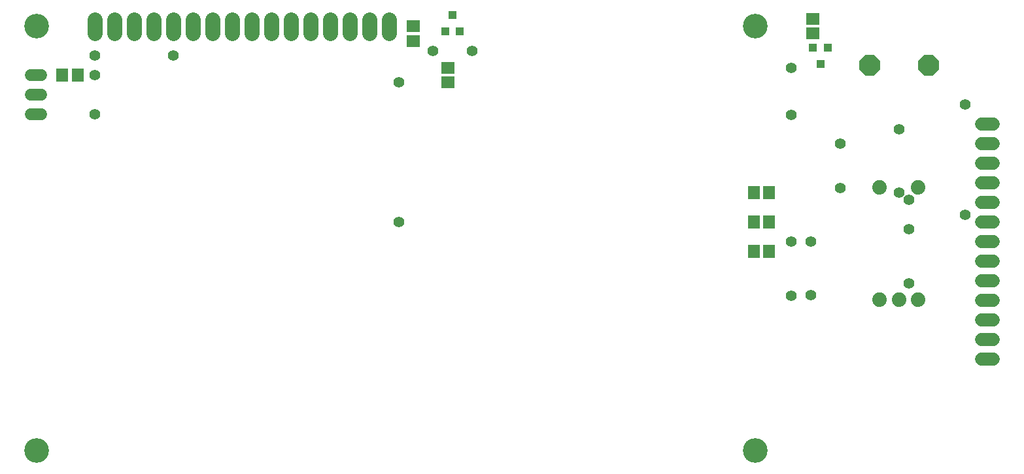
<source format=gbs>
G75*
G70*
%OFA0B0*%
%FSLAX24Y24*%
%IPPOS*%
%LPD*%
%AMOC8*
5,1,8,0,0,1.08239X$1,22.5*
%
%ADD10C,0.0780*%
%ADD11C,0.1261*%
%ADD12C,0.0680*%
%ADD13C,0.0740*%
%ADD14R,0.0592X0.0710*%
%ADD15OC8,0.1080*%
%ADD16C,0.0600*%
%ADD17R,0.0395X0.0434*%
%ADD18R,0.0710X0.0592*%
%ADD19C,0.0555*%
D10*
X004928Y023333D02*
X004928Y024033D01*
X005928Y024033D02*
X005928Y023333D01*
X006928Y023333D02*
X006928Y024033D01*
X007928Y024033D02*
X007928Y023333D01*
X008928Y023333D02*
X008928Y024033D01*
X009928Y024033D02*
X009928Y023333D01*
X010928Y023333D02*
X010928Y024033D01*
X011928Y024033D02*
X011928Y023333D01*
X012928Y023333D02*
X012928Y024033D01*
X013928Y024033D02*
X013928Y023333D01*
X014928Y023333D02*
X014928Y024033D01*
X015928Y024033D02*
X015928Y023333D01*
X016928Y023333D02*
X016928Y024033D01*
X017928Y024033D02*
X017928Y023333D01*
X018928Y023333D02*
X018928Y024033D01*
X019928Y024033D02*
X019928Y023333D01*
D11*
X001980Y002025D03*
X038595Y002025D03*
X038590Y023680D03*
X001980Y023680D03*
D12*
X050130Y018680D02*
X050730Y018680D01*
X050730Y017680D02*
X050130Y017680D01*
X050130Y016680D02*
X050730Y016680D01*
X050730Y015680D02*
X050130Y015680D01*
X050130Y014680D02*
X050730Y014680D01*
X050730Y013680D02*
X050130Y013680D01*
X050130Y012680D02*
X050730Y012680D01*
X050730Y011680D02*
X050130Y011680D01*
X050130Y010680D02*
X050730Y010680D01*
X050730Y009680D02*
X050130Y009680D01*
X050130Y008680D02*
X050730Y008680D01*
X050730Y007680D02*
X050130Y007680D01*
X050130Y006680D02*
X050730Y006680D01*
D13*
X046914Y009727D03*
X045930Y009727D03*
X044946Y009727D03*
X044946Y015436D03*
X046914Y015436D03*
D14*
X039304Y015180D03*
X038556Y015180D03*
X038556Y013680D03*
X039304Y013680D03*
X039304Y012180D03*
X038556Y012180D03*
X004074Y021180D03*
X003286Y021180D03*
D15*
X044430Y021680D03*
X047430Y021680D03*
D16*
X002190Y021180D02*
X001670Y021180D01*
X001670Y020180D02*
X002190Y020180D01*
X002190Y019180D02*
X001670Y019180D01*
D17*
X022806Y023411D03*
X023554Y023411D03*
X023180Y024238D03*
X041556Y022574D03*
X042304Y022574D03*
X041930Y021747D03*
D18*
X041555Y023306D03*
X041555Y024054D03*
X022930Y021554D03*
X022930Y020806D03*
X021180Y022931D03*
X021180Y023679D03*
D19*
X022180Y022430D03*
X024180Y022430D03*
X020430Y020805D03*
X008930Y022180D03*
X004930Y022180D03*
X004930Y021180D03*
X004930Y019180D03*
X020430Y013680D03*
X040430Y012680D03*
X041430Y012680D03*
X046430Y013305D03*
X049305Y014055D03*
X046430Y014805D03*
X045930Y015193D03*
X042930Y015430D03*
X042930Y017680D03*
X040430Y019165D03*
X040431Y021554D03*
X045930Y018430D03*
X049305Y019680D03*
X046430Y010567D03*
X041430Y009942D03*
X040430Y009930D03*
M02*

</source>
